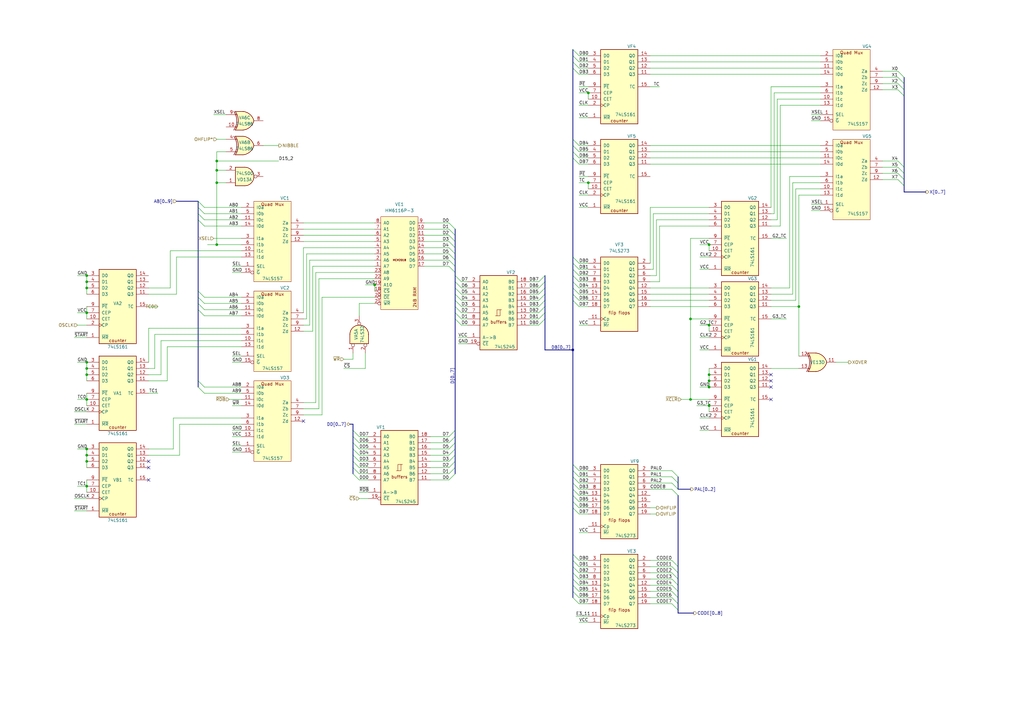
<source format=kicad_sch>
(kicad_sch (version 20231120) (generator "eeschema") (generator_version "8.0")
  (paper "A3")
  (title_block (date "2024-10-12") (company "JOTEGO") (comment 1 "Jose Tejada"))
  (junction (at 241.3 74.93))
  (junction (at 153.67 116.84))
  (junction (at 35.56 186.69))
  (junction (at 283.21 130.81))
  (junction (at 35.56 163.83))
  (junction (at 290.83 153.67))
  (junction (at 35.56 148.59))
  (junction (at 88.9 69.85))
  (junction (at 35.56 128.27))
  (junction (at 35.56 184.15))
  (junction (at 234.95 143.51))
  (junction (at 35.56 199.39))
  (junction (at 35.56 115.57))
  (junction (at 35.56 151.13))
  (junction (at 88.9 100.33))
  (junction (at 327.66 125.73))
  (junction (at 241.3 38.1))
  (junction (at 290.83 100.33))
  (junction (at 290.83 166.37))
  (junction (at 290.83 156.21))
  (junction (at 35.56 153.67))
  (junction (at 88.9 66.04))
  (junction (at 35.56 118.11))
  (junction (at 35.56 113.03))
  (junction (at 35.56 189.23))
  (junction (at 88.9 74.93))
  (junction (at 290.83 133.35))
  (junction (at 283.21 163.83))
  (junction (at 290.83 158.75))
  (no_connect (at 316.23 153.67))
  (no_connect (at 316.23 163.83))
  (no_connect (at 60.96 189.23))
  (no_connect (at 124.46 172.72))
  (no_connect (at 60.96 191.77))
  (no_connect (at 60.96 196.85))
  (no_connect (at 316.23 158.75))
  (no_connect (at 316.23 156.21))
  (bus_entry (at 184.15 181.61) (size 2.54 -2.54))
  (bus_entry (at 81.28 119.38) (size 2.54 2.54))
  (bus_entry (at 184.15 179.07) (size 2.54 -2.54))
  (bus_entry (at 223.52 128.27) (size -2.54 2.54))
  (bus_entry (at 368.3 71.12) (size 2.54 2.54))
  (bus_entry (at 234.95 200.66) (size 2.54 2.54))
  (bus_entry (at 144.78 194.31) (size 2.54 2.54))
  (bus_entry (at 275.59 245.11) (size 2.54 2.54))
  (bus_entry (at 234.95 195.58) (size 2.54 2.54))
  (bus_entry (at 234.95 190.5) (size 2.54 2.54))
  (bus_entry (at 234.95 62.23) (size 2.54 2.54))
  (bus_entry (at 368.3 36.83) (size 2.54 2.54))
  (bus_entry (at 275.59 240.03) (size 2.54 2.54))
  (bus_entry (at 275.59 232.41) (size 2.54 2.54))
  (bus_entry (at 81.28 156.21) (size 2.54 2.54))
  (bus_entry (at 275.59 242.57) (size 2.54 2.54))
  (bus_entry (at 184.15 101.6) (size 2.54 2.54))
  (bus_entry (at 275.59 229.87) (size 2.54 2.54))
  (bus_entry (at 184.15 184.15) (size 2.54 -2.54))
  (bus_entry (at 144.78 184.15) (size 2.54 2.54))
  (bus_entry (at 275.59 193.04) (size 2.54 2.54))
  (bus_entry (at 234.95 20.32) (size 2.54 2.54))
  (bus_entry (at 234.95 27.94) (size 2.54 2.54))
  (bus_entry (at 368.3 29.21) (size 2.54 2.54))
  (bus_entry (at 234.95 110.49) (size 2.54 2.54))
  (bus_entry (at 234.95 120.65) (size 2.54 2.54))
  (bus_entry (at 184.15 109.22) (size 2.54 2.54))
  (bus_entry (at 184.15 104.14) (size 2.54 2.54))
  (bus_entry (at 189.23 133.35) (size -2.54 -2.54))
  (bus_entry (at 275.59 200.66) (size 2.54 2.54))
  (bus_entry (at 184.15 93.98) (size 2.54 2.54))
  (bus_entry (at 234.95 205.74) (size 2.54 2.54))
  (bus_entry (at 189.23 120.65) (size -2.54 -2.54))
  (bus_entry (at 81.28 85.09) (size 2.54 2.54))
  (bus_entry (at 144.78 179.07) (size 2.54 2.54))
  (bus_entry (at 184.15 91.44) (size 2.54 2.54))
  (bus_entry (at 234.95 237.49) (size 2.54 2.54))
  (bus_entry (at 368.3 31.75) (size 2.54 2.54))
  (bus_entry (at 223.52 123.19) (size -2.54 2.54))
  (bus_entry (at 234.95 107.95) (size 2.54 2.54))
  (bus_entry (at 189.23 123.19) (size -2.54 -2.54))
  (bus_entry (at 275.59 237.49) (size 2.54 2.54))
  (bus_entry (at 223.52 125.73) (size -2.54 2.54))
  (bus_entry (at 234.95 115.57) (size 2.54 2.54))
  (bus_entry (at 223.52 118.11) (size -2.54 2.54))
  (bus_entry (at 275.59 234.95) (size 2.54 2.54))
  (bus_entry (at 234.95 203.2) (size 2.54 2.54))
  (bus_entry (at 81.28 82.55) (size 2.54 2.54))
  (bus_entry (at 144.78 186.69) (size 2.54 2.54))
  (bus_entry (at 234.95 113.03) (size 2.54 2.54))
  (bus_entry (at 234.95 57.15) (size 2.54 2.54))
  (bus_entry (at 184.15 189.23) (size 2.54 -2.54))
  (bus_entry (at 184.15 186.69) (size 2.54 -2.54))
  (bus_entry (at 234.95 59.69) (size 2.54 2.54))
  (bus_entry (at 234.95 22.86) (size 2.54 2.54))
  (bus_entry (at 234.95 105.41) (size 2.54 2.54))
  (bus_entry (at 81.28 158.75) (size 2.54 2.54))
  (bus_entry (at 223.52 120.65) (size -2.54 2.54))
  (bus_entry (at 234.95 232.41) (size 2.54 2.54))
  (bus_entry (at 144.78 189.23) (size 2.54 2.54))
  (bus_entry (at 234.95 123.19) (size 2.54 2.54))
  (bus_entry (at 81.28 87.63) (size 2.54 2.54))
  (bus_entry (at 184.15 194.31) (size 2.54 -2.54))
  (bus_entry (at 234.95 234.95) (size 2.54 2.54))
  (bus_entry (at 223.52 113.03) (size -2.54 2.54))
  (bus_entry (at 368.3 66.04) (size 2.54 2.54))
  (bus_entry (at 189.23 128.27) (size -2.54 -2.54))
  (bus_entry (at 234.95 193.04) (size 2.54 2.54))
  (bus_entry (at 234.95 229.87) (size 2.54 2.54))
  (bus_entry (at 275.59 247.65) (size 2.54 2.54))
  (bus_entry (at 144.78 176.53) (size 2.54 2.54))
  (bus_entry (at 223.52 115.57) (size -2.54 2.54))
  (bus_entry (at 144.78 181.61) (size 2.54 2.54))
  (bus_entry (at 234.95 208.28) (size 2.54 2.54))
  (bus_entry (at 368.3 34.29) (size 2.54 2.54))
  (bus_entry (at 81.28 124.46) (size 2.54 2.54))
  (bus_entry (at 184.15 99.06) (size 2.54 2.54))
  (bus_entry (at 81.28 121.92) (size 2.54 2.54))
  (bus_entry (at 184.15 96.52) (size 2.54 2.54))
  (bus_entry (at 234.95 227.33) (size 2.54 2.54))
  (bus_entry (at 184.15 106.68) (size 2.54 2.54))
  (bus_entry (at 189.23 125.73) (size -2.54 -2.54))
  (bus_entry (at 234.95 198.12) (size 2.54 2.54))
  (bus_entry (at 234.95 64.77) (size 2.54 2.54))
  (bus_entry (at 234.95 25.4) (size 2.54 2.54))
  (bus_entry (at 234.95 240.03) (size 2.54 2.54))
  (bus_entry (at 234.95 245.11) (size 2.54 2.54))
  (bus_entry (at 234.95 242.57) (size 2.54 2.54))
  (bus_entry (at 368.3 73.66) (size 2.54 2.54))
  (bus_entry (at 189.23 130.81) (size -2.54 -2.54))
  (bus_entry (at 223.52 130.81) (size -2.54 2.54))
  (bus_entry (at 275.59 198.12) (size 2.54 2.54))
  (bus_entry (at 184.15 196.85) (size 2.54 -2.54))
  (bus_entry (at 275.59 195.58) (size 2.54 2.54))
  (bus_entry (at 189.23 115.57) (size -2.54 -2.54))
  (bus_entry (at 234.95 118.11) (size 2.54 2.54))
  (bus_entry (at 81.28 90.17) (size 2.54 2.54))
  (bus_entry (at 81.28 127) (size 2.54 2.54))
  (bus_entry (at 184.15 191.77) (size 2.54 -2.54))
  (bus_entry (at 189.23 118.11) (size -2.54 -2.54))
  (bus_entry (at 144.78 191.77) (size 2.54 2.54))
  (bus_entry (at 368.3 68.58) (size 2.54 2.54))
  (wire (pts (xy 237.49 232.41) (xy 241.3 232.41)))
  (bus (pts (xy 234.95 242.57) (xy 234.95 240.03)))
  (wire (pts (xy 325.12 74.93) (xy 336.55 74.93)))
  (wire (pts (xy 191.77 120.65) (xy 189.23 120.65)))
  (wire (pts (xy 173.99 106.68) (xy 184.15 106.68)))
  (wire (pts (xy 266.7 242.57) (xy 275.59 242.57)))
  (wire (pts (xy 31.75 148.59) (xy 35.56 148.59)))
  (bus (pts (xy 186.69 186.69) (xy 186.69 189.23)))
  (wire (pts (xy 287.02 176.53) (xy 290.83 176.53)))
  (wire (pts (xy 266.7 30.48) (xy 336.55 30.48)))
  (wire (pts (xy 275.59 193.04) (xy 266.7 193.04)))
  (bus (pts (xy 144.78 194.31) (xy 144.78 191.77)))
  (wire (pts (xy 285.75 166.37) (xy 290.83 166.37)))
  (wire (pts (xy 30.48 204.47) (xy 35.56 204.47)))
  (wire (pts (xy 35.56 186.69) (xy 35.56 184.15)))
  (wire (pts (xy 237.49 240.03) (xy 241.3 240.03)))
  (wire (pts (xy 275.59 198.12) (xy 266.7 198.12)))
  (bus (pts (xy 234.95 234.95) (xy 234.95 232.41)))
  (wire (pts (xy 124.46 167.64) (xy 130.81 167.64)))
  (wire (pts (xy 191.77 115.57) (xy 189.23 115.57)))
  (wire (pts (xy 316.23 85.09) (xy 316.23 35.56)))
  (wire (pts (xy 88.9 74.93) (xy 92.71 74.93)))
  (wire (pts (xy 95.25 148.59) (xy 99.06 148.59)))
  (bus (pts (xy 278.13 250.19) (xy 278.13 251.46)))
  (wire (pts (xy 237.49 67.31) (xy 241.3 67.31)))
  (bus (pts (xy 234.95 107.95) (xy 234.95 110.49)))
  (bus (pts (xy 234.95 118.11) (xy 234.95 115.57)))
  (bus (pts (xy 223.52 120.65) (xy 223.52 118.11)))
  (wire (pts (xy 147.32 184.15) (xy 151.13 184.15)))
  (bus (pts (xy 186.69 99.06) (xy 186.69 101.6)))
  (wire (pts (xy 237.49 62.23) (xy 241.3 62.23)))
  (wire (pts (xy 95.25 166.37) (xy 99.06 166.37)))
  (wire (pts (xy 31.75 184.15) (xy 35.56 184.15)))
  (wire (pts (xy 147.32 124.46) (xy 153.67 124.46)))
  (wire (pts (xy 361.95 29.21) (xy 368.3 29.21)))
  (bus (pts (xy 144.78 186.69) (xy 144.78 184.15)))
  (wire (pts (xy 237.49 110.49) (xy 241.3 110.49)))
  (wire (pts (xy 147.32 204.47) (xy 151.13 204.47)))
  (wire (pts (xy 241.3 77.47) (xy 241.3 74.93)))
  (wire (pts (xy 60.96 120.65) (xy 72.39 120.65)))
  (bus (pts (xy 234.95 190.5) (xy 234.95 193.04)))
  (wire (pts (xy 125.73 104.14) (xy 153.67 104.14)))
  (wire (pts (xy 87.63 46.99) (xy 92.71 46.99)))
  (wire (pts (xy 237.49 27.94) (xy 241.3 27.94)))
  (wire (pts (xy 316.23 35.56) (xy 336.55 35.56)))
  (wire (pts (xy 31.75 113.03) (xy 35.56 113.03)))
  (bus (pts (xy 370.84 71.12) (xy 370.84 73.66)))
  (wire (pts (xy 332.74 83.82) (xy 336.55 83.82)))
  (wire (pts (xy 316.23 92.71) (xy 320.04 92.71)))
  (bus (pts (xy 186.69 115.57) (xy 186.69 113.03)))
  (wire (pts (xy 60.96 184.15) (xy 71.12 184.15)))
  (wire (pts (xy 237.49 200.66) (xy 241.3 200.66)))
  (wire (pts (xy 290.83 151.13) (xy 290.83 153.67)))
  (wire (pts (xy 316.23 151.13) (xy 327.66 151.13)))
  (wire (pts (xy 31.75 133.35) (xy 35.56 133.35)))
  (wire (pts (xy 266.7 240.03) (xy 275.59 240.03)))
  (wire (pts (xy 124.46 99.06) (xy 153.67 99.06)))
  (wire (pts (xy 287.02 138.43) (xy 290.83 138.43)))
  (wire (pts (xy 361.95 31.75) (xy 368.3 31.75)))
  (wire (pts (xy 147.32 196.85) (xy 151.13 196.85)))
  (wire (pts (xy 95.25 185.42) (xy 99.06 185.42)))
  (wire (pts (xy 60.96 156.21) (xy 68.58 156.21)))
  (wire (pts (xy 83.82 92.71) (xy 99.06 92.71)))
  (wire (pts (xy 266.7 107.95) (xy 266.7 85.09)))
  (wire (pts (xy 266.7 234.95) (xy 275.59 234.95)))
  (wire (pts (xy 124.46 170.18) (xy 132.08 170.18)))
  (wire (pts (xy 95.25 182.88) (xy 99.06 182.88)))
  (wire (pts (xy 71.12 171.45) (xy 99.06 171.45)))
  (wire (pts (xy 73.66 186.69) (xy 73.66 173.99)))
  (wire (pts (xy 35.56 120.65) (xy 35.56 118.11)))
  (bus (pts (xy 234.95 237.49) (xy 234.95 234.95)))
  (bus (pts (xy 144.78 179.07) (xy 144.78 176.53)))
  (wire (pts (xy 220.98 120.65) (xy 217.17 120.65)))
  (wire (pts (xy 173.99 93.98) (xy 184.15 93.98)))
  (wire (pts (xy 68.58 156.21) (xy 68.58 142.24)))
  (wire (pts (xy 68.58 142.24) (xy 99.06 142.24)))
  (wire (pts (xy 132.08 121.92) (xy 132.08 170.18)))
  (wire (pts (xy 66.04 139.7) (xy 99.06 139.7)))
  (wire (pts (xy 95.25 179.07) (xy 99.06 179.07)))
  (wire (pts (xy 237.49 229.87) (xy 241.3 229.87)))
  (bus (pts (xy 234.95 57.15) (xy 234.95 27.94)))
  (wire (pts (xy 95.25 111.76) (xy 99.06 111.76)))
  (wire (pts (xy 191.77 118.11) (xy 189.23 118.11)))
  (bus (pts (xy 186.69 104.14) (xy 186.69 106.68)))
  (wire (pts (xy 323.85 72.39) (xy 336.55 72.39)))
  (wire (pts (xy 237.49 195.58) (xy 241.3 195.58)))
  (wire (pts (xy 318.77 90.17) (xy 318.77 40.64)))
  (bus (pts (xy 81.28 156.21) (xy 81.28 127)))
  (wire (pts (xy 60.96 125.73) (xy 64.77 125.73)))
  (wire (pts (xy 83.82 90.17) (xy 99.06 90.17)))
  (bus (pts (xy 81.28 124.46) (xy 81.28 121.92)))
  (bus (pts (xy 278.13 237.49) (xy 278.13 240.03)))
  (wire (pts (xy 317.5 38.1) (xy 336.55 38.1)))
  (wire (pts (xy 147.32 194.31) (xy 151.13 194.31)))
  (wire (pts (xy 176.53 191.77) (xy 184.15 191.77)))
  (bus (pts (xy 278.13 245.11) (xy 278.13 247.65)))
  (wire (pts (xy 35.56 153.67) (xy 35.56 151.13)))
  (bus (pts (xy 186.69 181.61) (xy 186.69 184.15)))
  (wire (pts (xy 287.02 143.51) (xy 290.83 143.51)))
  (wire (pts (xy 266.7 25.4) (xy 336.55 25.4)))
  (wire (pts (xy 325.12 120.65) (xy 325.12 74.93)))
  (bus (pts (xy 186.69 125.73) (xy 186.69 128.27)))
  (wire (pts (xy 283.21 130.81) (xy 290.83 130.81)))
  (wire (pts (xy 237.49 133.35) (xy 241.3 133.35)))
  (wire (pts (xy 266.7 62.23) (xy 336.55 62.23)))
  (wire (pts (xy 332.74 86.36) (xy 336.55 86.36)))
  (wire (pts (xy 237.49 247.65) (xy 241.3 247.65)))
  (wire (pts (xy 60.96 161.29) (xy 64.77 161.29)))
  (wire (pts (xy 35.56 156.21) (xy 35.56 153.67)))
  (wire (pts (xy 237.49 74.93) (xy 241.3 74.93)))
  (wire (pts (xy 320.04 43.18) (xy 336.55 43.18)))
  (bus (pts (xy 186.69 123.19) (xy 186.69 120.65)))
  (wire (pts (xy 327.66 80.01) (xy 336.55 80.01)))
  (wire (pts (xy 266.7 232.41) (xy 275.59 232.41)))
  (wire (pts (xy 317.5 87.63) (xy 317.5 38.1)))
  (bus (pts (xy 234.95 120.65) (xy 234.95 123.19)))
  (wire (pts (xy 187.96 140.97) (xy 191.77 140.97)))
  (wire (pts (xy 60.96 186.69) (xy 73.66 186.69)))
  (bus (pts (xy 234.95 208.28) (xy 234.95 205.74)))
  (wire (pts (xy 35.56 201.93) (xy 35.56 199.39)))
  (bus (pts (xy 234.95 113.03) (xy 234.95 110.49)))
  (wire (pts (xy 316.23 130.81) (xy 322.58 130.81)))
  (wire (pts (xy 147.32 129.54) (xy 147.32 124.46)))
  (wire (pts (xy 31.75 163.83) (xy 35.56 163.83)))
  (wire (pts (xy 266.7 22.86) (xy 336.55 22.86)))
  (wire (pts (xy 237.49 237.49) (xy 241.3 237.49)))
  (wire (pts (xy 266.7 125.73) (xy 290.83 125.73)))
  (wire (pts (xy 144.78 147.32) (xy 140.97 147.32)))
  (wire (pts (xy 267.97 110.49) (xy 267.97 87.63)))
  (wire (pts (xy 361.95 36.83) (xy 368.3 36.83)))
  (wire (pts (xy 266.7 200.66) (xy 275.59 200.66)))
  (wire (pts (xy 176.53 194.31) (xy 184.15 194.31)))
  (wire (pts (xy 88.9 74.93) (xy 88.9 69.85)))
  (wire (pts (xy 147.32 191.77) (xy 151.13 191.77)))
  (wire (pts (xy 237.49 208.28) (xy 241.3 208.28)))
  (bus (pts (xy 234.95 203.2) (xy 234.95 200.66)))
  (wire (pts (xy 129.54 165.1) (xy 124.46 165.1)))
  (wire (pts (xy 69.85 102.87) (xy 99.06 102.87)))
  (wire (pts (xy 35.56 166.37) (xy 35.56 163.83)))
  (bus (pts (xy 234.95 64.77) (xy 234.95 105.41)))
  (bus (pts (xy 186.69 109.22) (xy 186.69 111.76)))
  (wire (pts (xy 147.32 189.23) (xy 151.13 189.23)))
  (wire (pts (xy 127 133.35) (xy 127 106.68)))
  (wire (pts (xy 287.02 158.75) (xy 290.83 158.75)))
  (bus (pts (xy 234.95 227.33) (xy 234.95 208.28)))
  (wire (pts (xy 269.24 90.17) (xy 290.83 90.17)))
  (wire (pts (xy 361.95 66.04) (xy 368.3 66.04)))
  (wire (pts (xy 237.49 35.56) (xy 241.3 35.56)))
  (bus (pts (xy 186.69 111.76) (xy 186.69 113.03)))
  (wire (pts (xy 332.74 49.53) (xy 336.55 49.53)))
  (wire (pts (xy 147.32 179.07) (xy 151.13 179.07)))
  (bus (pts (xy 186.69 179.07) (xy 186.69 176.53)))
  (wire (pts (xy 326.39 77.47) (xy 336.55 77.47)))
  (wire (pts (xy 88.9 66.04) (xy 114.3 66.04)))
  (bus (pts (xy 186.69 128.27) (xy 186.69 130.81)))
  (bus (pts (xy 234.95 205.74) (xy 234.95 203.2)))
  (bus (pts (xy 234.95 118.11) (xy 234.95 120.65)))
  (wire (pts (xy 88.9 69.85) (xy 92.71 69.85)))
  (wire (pts (xy 361.95 34.29) (xy 368.3 34.29)))
  (wire (pts (xy 237.49 113.03) (xy 241.3 113.03)))
  (bus (pts (xy 370.84 36.83) (xy 370.84 39.37)))
  (bus (pts (xy 278.13 234.95) (xy 278.13 237.49)))
  (wire (pts (xy 191.77 130.81) (xy 189.23 130.81)))
  (wire (pts (xy 30.48 168.91) (xy 35.56 168.91)))
  (wire (pts (xy 88.9 66.04) (xy 88.9 62.23)))
  (wire (pts (xy 35.56 118.11) (xy 35.56 115.57)))
  (wire (pts (xy 149.86 116.84) (xy 153.67 116.84)))
  (bus (pts (xy 144.78 184.15) (xy 144.78 181.61)))
  (wire (pts (xy 191.77 125.73) (xy 189.23 125.73)))
  (wire (pts (xy 63.5 151.13) (xy 63.5 137.16)))
  (wire (pts (xy 88.9 62.23) (xy 92.71 62.23)))
  (wire (pts (xy 124.46 93.98) (xy 153.67 93.98)))
  (wire (pts (xy 237.49 22.86) (xy 241.3 22.86)))
  (bus (pts (xy 186.69 118.11) (xy 186.69 115.57)))
  (wire (pts (xy 173.99 104.14) (xy 184.15 104.14)))
  (wire (pts (xy 35.56 196.85) (xy 35.56 199.39)))
  (wire (pts (xy 124.46 91.44) (xy 153.67 91.44)))
  (wire (pts (xy 191.77 128.27) (xy 189.23 128.27)))
  (wire (pts (xy 269.24 113.03) (xy 269.24 90.17)))
  (wire (pts (xy 176.53 196.85) (xy 184.15 196.85)))
  (wire (pts (xy 95.25 146.05) (xy 99.06 146.05)))
  (bus (pts (xy 370.84 39.37) (xy 370.84 68.58)))
  (bus (pts (xy 223.52 130.81) (xy 223.52 128.27)))
  (wire (pts (xy 270.51 92.71) (xy 290.83 92.71)))
  (wire (pts (xy 316.23 118.11) (xy 323.85 118.11)))
  (wire (pts (xy 220.98 115.57) (xy 217.17 115.57)))
  (bus (pts (xy 186.69 184.15) (xy 186.69 186.69)))
  (wire (pts (xy 237.49 43.18) (xy 241.3 43.18)))
  (bus (pts (xy 234.95 195.58) (xy 234.95 198.12)))
  (wire (pts (xy 237.49 115.57) (xy 241.3 115.57)))
  (bus (pts (xy 278.13 232.41) (xy 278.13 234.95)))
  (wire (pts (xy 266.7 64.77) (xy 336.55 64.77)))
  (wire (pts (xy 266.7 113.03) (xy 269.24 113.03)))
  (wire (pts (xy 35.56 161.29) (xy 35.56 163.83)))
  (wire (pts (xy 361.95 71.12) (xy 368.3 71.12)))
  (wire (pts (xy 316.23 125.73) (xy 327.66 125.73)))
  (wire (pts (xy 318.77 40.64) (xy 336.55 40.64)))
  (wire (pts (xy 176.53 189.23) (xy 184.15 189.23)))
  (wire (pts (xy 236.22 252.73) (xy 241.3 252.73)))
  (wire (pts (xy 316.23 87.63) (xy 317.5 87.63)))
  (wire (pts (xy 31.75 199.39) (xy 35.56 199.39)))
  (wire (pts (xy 125.73 130.81) (xy 125.73 104.14)))
  (wire (pts (xy 173.99 99.06) (xy 184.15 99.06)))
  (wire (pts (xy 220.98 123.19) (xy 217.17 123.19)))
  (wire (pts (xy 266.7 85.09) (xy 290.83 85.09)))
  (wire (pts (xy 153.67 121.92) (xy 132.08 121.92)))
  (bus (pts (xy 278.13 195.58) (xy 278.13 198.12)))
  (wire (pts (xy 237.49 48.26) (xy 241.3 48.26)))
  (bus (pts (xy 186.69 106.68) (xy 186.69 109.22)))
  (wire (pts (xy 283.21 97.79) (xy 290.83 97.79)))
  (wire (pts (xy 266.7 115.57) (xy 270.51 115.57)))
  (wire (pts (xy 290.83 166.37) (xy 290.83 168.91)))
  (wire (pts (xy 237.49 25.4) (xy 241.3 25.4)))
  (wire (pts (xy 237.49 64.77) (xy 241.3 64.77)))
  (wire (pts (xy 130.81 114.3) (xy 130.81 167.64)))
  (wire (pts (xy 267.97 87.63) (xy 290.83 87.63)))
  (wire (pts (xy 266.7 120.65) (xy 290.83 120.65)))
  (wire (pts (xy 173.99 109.22) (xy 184.15 109.22)))
  (wire (pts (xy 283.21 130.81) (xy 283.21 163.83)))
  (wire (pts (xy 266.7 245.11) (xy 275.59 245.11)))
  (wire (pts (xy 332.74 46.99) (xy 336.55 46.99)))
  (wire (pts (xy 69.85 118.11) (xy 69.85 102.87)))
  (wire (pts (xy 35.56 151.13) (xy 35.56 148.59)))
  (wire (pts (xy 144.78 144.78) (xy 144.78 147.32)))
  (wire (pts (xy 266.7 67.31) (xy 336.55 67.31)))
  (wire (pts (xy 153.67 114.3) (xy 130.81 114.3)))
  (bus (pts (xy 186.69 101.6) (xy 186.69 104.14)))
  (bus (pts (xy 234.95 143.51) (xy 234.95 123.19)))
  (wire (pts (xy 361.95 68.58) (xy 368.3 68.58)))
  (wire (pts (xy 270.51 115.57) (xy 270.51 92.71)))
  (wire (pts (xy 124.46 96.52) (xy 153.67 96.52)))
  (wire (pts (xy 237.49 255.27) (xy 241.3 255.27)))
  (bus (pts (xy 234.95 143.51) (xy 234.95 190.5)))
  (wire (pts (xy 237.49 205.74) (xy 241.3 205.74)))
  (wire (pts (xy 287.02 105.41) (xy 290.83 105.41)))
  (wire (pts (xy 237.49 210.82) (xy 241.3 210.82)))
  (wire (pts (xy 290.83 100.33) (xy 290.83 102.87)))
  (wire (pts (xy 88.9 100.33) (xy 88.9 74.93)))
  (wire (pts (xy 316.23 97.79) (xy 322.58 97.79)))
  (wire (pts (xy 237.49 59.69) (xy 241.3 59.69)))
  (bus (pts (xy 234.95 25.4) (xy 234.95 22.86)))
  (wire (pts (xy 342.9 148.59) (xy 347.98 148.59)))
  (wire (pts (xy 107.95 59.69) (xy 114.3 59.69)))
  (bus (pts (xy 186.69 176.53) (xy 186.69 130.81)))
  (bus (pts (xy 81.28 87.63) (xy 81.28 85.09)))
  (bus (pts (xy 223.52 118.11) (xy 223.52 115.57)))
  (wire (pts (xy 266.7 123.19) (xy 290.83 123.19)))
  (wire (pts (xy 266.7 110.49) (xy 267.97 110.49)))
  (wire (pts (xy 266.7 59.69) (xy 336.55 59.69)))
  (wire (pts (xy 220.98 128.27) (xy 217.17 128.27)))
  (wire (pts (xy 237.49 198.12) (xy 241.3 198.12)))
  (wire (pts (xy 326.39 123.19) (xy 326.39 77.47)))
  (wire (pts (xy 124.46 135.89) (xy 128.27 135.89)))
  (wire (pts (xy 266.7 229.87) (xy 275.59 229.87)))
  (wire (pts (xy 83.82 127) (xy 99.06 127)))
  (bus (pts (xy 278.13 242.57) (xy 278.13 245.11)))
  (wire (pts (xy 85.09 100.33) (xy 88.9 100.33)))
  (bus (pts (xy 370.84 68.58) (xy 370.84 71.12)))
  (wire (pts (xy 149.86 144.78) (xy 149.86 151.13)))
  (wire (pts (xy 153.67 111.76) (xy 129.54 111.76)))
  (wire (pts (xy 63.5 137.16) (xy 99.06 137.16)))
  (wire (pts (xy 73.66 173.99) (xy 99.06 173.99)))
  (wire (pts (xy 290.83 156.21) (xy 290.83 158.75)))
  (bus (pts (xy 81.28 158.75) (xy 81.28 156.21)))
  (bus (pts (xy 81.28 90.17) (xy 81.28 87.63)))
  (wire (pts (xy 287.02 133.35) (xy 290.83 133.35)))
  (wire (pts (xy 35.56 191.77) (xy 35.56 189.23)))
  (wire (pts (xy 290.83 153.67) (xy 290.83 156.21)))
  (bus (pts (xy 278.13 203.2) (xy 278.13 232.41)))
  (bus (pts (xy 234.95 195.58) (xy 234.95 193.04)))
  (wire (pts (xy 173.99 96.52) (xy 184.15 96.52)))
  (wire (pts (xy 237.49 85.09) (xy 241.3 85.09)))
  (bus (pts (xy 234.95 20.32) (xy 234.95 22.86)))
  (bus (pts (xy 144.78 189.23) (xy 144.78 186.69)))
  (wire (pts (xy 173.99 101.6) (xy 184.15 101.6)))
  (bus (pts (xy 234.95 245.11) (xy 234.95 242.57)))
  (wire (pts (xy 128.27 135.89) (xy 128.27 109.22)))
  (wire (pts (xy 147.32 186.69) (xy 151.13 186.69)))
  (bus (pts (xy 223.52 115.57) (xy 223.52 113.03)))
  (wire (pts (xy 266.7 208.28) (xy 269.24 208.28)))
  (wire (pts (xy 87.63 97.79) (xy 99.06 97.79)))
  (bus (pts (xy 81.28 85.09) (xy 81.28 82.55)))
  (wire (pts (xy 35.56 130.81) (xy 35.56 128.27)))
  (wire (pts (xy 176.53 184.15) (xy 184.15 184.15)))
  (bus (pts (xy 234.95 64.77) (xy 234.95 62.23)))
  (wire (pts (xy 147.32 201.93) (xy 151.13 201.93)))
  (wire (pts (xy 60.96 153.67) (xy 66.04 153.67)))
  (wire (pts (xy 83.82 121.92) (xy 99.06 121.92)))
  (wire (pts (xy 72.39 120.65) (xy 72.39 105.41)))
  (wire (pts (xy 88.9 100.33) (xy 99.06 100.33)))
  (bus (pts (xy 278.13 251.46) (xy 284.48 251.46)))
  (bus (pts (xy 278.13 240.03) (xy 278.13 242.57)))
  (bus (pts (xy 144.78 191.77) (xy 144.78 189.23)))
  (wire (pts (xy 129.54 111.76) (xy 129.54 165.1)))
  (bus (pts (xy 234.95 27.94) (xy 234.95 25.4)))
  (wire (pts (xy 176.53 179.07) (xy 184.15 179.07)))
  (wire (pts (xy 35.56 125.73) (xy 35.56 128.27)))
  (bus (pts (xy 278.13 198.12) (xy 278.13 200.66)))
  (wire (pts (xy 287.02 110.49) (xy 290.83 110.49)))
  (wire (pts (xy 327.66 125.73) (xy 327.66 80.01)))
  (wire (pts (xy 287.02 171.45) (xy 290.83 171.45)))
  (wire (pts (xy 83.82 124.46) (xy 99.06 124.46)))
  (wire (pts (xy 88.9 57.15) (xy 92.71 57.15)))
  (wire (pts (xy 191.77 123.19) (xy 189.23 123.19)))
  (wire (pts (xy 275.59 195.58) (xy 266.7 195.58)))
  (wire (pts (xy 30.48 173.99) (xy 35.56 173.99)))
  (wire (pts (xy 316.23 123.19) (xy 326.39 123.19)))
  (wire (pts (xy 361.95 73.66) (xy 368.3 73.66)))
  (bus (pts (xy 144.78 176.53) (xy 144.78 173.99)))
  (wire (pts (xy 83.82 87.63) (xy 99.06 87.63)))
  (wire (pts (xy 153.67 116.84) (xy 153.67 119.38)))
  (wire (pts (xy 127 106.68) (xy 153.67 106.68)))
  (wire (pts (xy 327.66 125.73) (xy 327.66 146.05)))
  (bus (pts (xy 81.28 119.38) (xy 81.28 90.17)))
  (bus (pts (xy 234.95 229.87) (xy 234.95 227.33)))
  (bus (pts (xy 186.69 96.52) (xy 186.69 99.06)))
  (wire (pts (xy 83.82 129.54) (xy 99.06 129.54)))
  (bus (pts (xy 234.95 57.15) (xy 234.95 59.69)))
  (bus (pts (xy 223.52 128.27) (xy 223.52 125.73)))
  (wire (pts (xy 140.97 151.13) (xy 149.86 151.13)))
  (wire (pts (xy 124.46 133.35) (xy 127 133.35)))
  (bus (pts (xy 144.78 181.61) (xy 144.78 179.07)))
  (wire (pts (xy 60.96 134.62) (xy 99.06 134.62)))
  (wire (pts (xy 237.49 218.44) (xy 241.3 218.44)))
  (bus (pts (xy 186.69 191.77) (xy 186.69 194.31)))
  (wire (pts (xy 83.82 158.75) (xy 99.06 158.75)))
  (bus (pts (xy 223.52 143.51) (xy 234.95 143.51)))
  (wire (pts (xy 124.46 128.27) (xy 124.46 101.6)))
  (wire (pts (xy 237.49 125.73) (xy 241.3 125.73)))
  (wire (pts (xy 147.32 181.61) (xy 151.13 181.61)))
  (bus (pts (xy 72.39 82.55) (xy 81.28 82.55)))
  (wire (pts (xy 320.04 92.71) (xy 320.04 43.18)))
  (wire (pts (xy 237.49 245.11) (xy 241.3 245.11)))
  (wire (pts (xy 266.7 27.94) (xy 336.55 27.94)))
  (wire (pts (xy 95.25 176.53) (xy 99.06 176.53)))
  (bus (pts (xy 81.28 121.92) (xy 81.28 119.38)))
  (wire (pts (xy 95.25 109.22) (xy 99.06 109.22)))
  (bus (pts (xy 234.95 200.66) (xy 234.95 198.12)))
  (wire (pts (xy 30.48 138.43) (xy 35.56 138.43)))
  (wire (pts (xy 266.7 237.49) (xy 275.59 237.49)))
  (wire (pts (xy 220.98 125.73) (xy 217.17 125.73)))
  (wire (pts (xy 237.49 203.2) (xy 241.3 203.2)))
  (wire (pts (xy 187.96 138.43) (xy 191.77 138.43)))
  (wire (pts (xy 220.98 130.81) (xy 217.17 130.81)))
  (bus (pts (xy 186.69 123.19) (xy 186.69 125.73)))
  (wire (pts (xy 266.7 247.65) (xy 275.59 247.65)))
  (bus (pts (xy 370.84 34.29) (xy 370.84 36.83)))
  (wire (pts (xy 237.49 234.95) (xy 241.3 234.95)))
  (wire (pts (xy 323.85 118.11) (xy 323.85 72.39)))
  (wire (pts (xy 83.82 85.09) (xy 99.06 85.09)))
  (wire (pts (xy 60.96 118.11) (xy 69.85 118.11)))
  (bus (pts (xy 234.95 107.95) (xy 234.95 105.41)))
  (wire (pts (xy 237.49 118.11) (xy 241.3 118.11)))
  (bus (pts (xy 186.69 189.23) (xy 186.69 191.77)))
  (wire (pts (xy 124.46 130.81) (xy 125.73 130.81)))
  (wire (pts (xy 237.49 242.57) (xy 241.3 242.57)))
  (wire (pts (xy 88.9 69.85) (xy 88.9 66.04)))
  (wire (pts (xy 124.46 101.6) (xy 153.67 101.6)))
  (bus (pts (xy 81.28 127) (xy 81.28 124.46)))
  (bus (pts (xy 278.13 247.65) (xy 278.13 250.19)))
  (bus (pts (xy 223.52 143.51) (xy 223.52 130.81)))
  (bus (pts (xy 234.95 232.41) (xy 234.95 229.87)))
  (wire (pts (xy 31.75 128.27) (xy 35.56 128.27)))
  (wire (pts (xy 279.4 163.83) (xy 283.21 163.83)))
  (wire (pts (xy 237.49 123.19) (xy 241.3 123.19)))
  (wire (pts (xy 316.23 120.65) (xy 325.12 120.65)))
  (wire (pts (xy 83.82 161.29) (xy 99.06 161.29)))
  (wire (pts (xy 290.83 133.35) (xy 290.83 135.89)))
  (wire (pts (xy 35.56 189.23) (xy 35.56 186.69)))
  (wire (pts (xy 173.99 91.44) (xy 184.15 91.44)))
  (bus (pts (xy 234.95 240.03) (xy 234.95 237.49)))
  (wire (pts (xy 220.98 133.35) (xy 217.17 133.35)))
  (bus (pts (xy 143.51 173.99) (xy 144.78 173.99)))
  (wire (pts (xy 71.12 184.15) (xy 71.12 171.45)))
  (wire (pts (xy 266.7 35.56) (xy 270.51 35.56)))
  (wire (pts (xy 93.98 163.83) (xy 99.06 163.83)))
  (bus (pts (xy 370.84 73.66) (xy 370.84 76.2)))
  (bus (pts (xy 186.69 120.65) (xy 186.69 118.11)))
  (wire (pts (xy 237.49 80.01) (xy 241.3 80.01)))
  (bus (pts (xy 234.95 62.23) (xy 234.95 59.69)))
  (wire (pts (xy 241.3 40.64) (xy 241.3 38.1)))
  (bus (pts (xy 186.69 93.98) (xy 186.69 96.52)))
  (wire (pts (xy 237.49 30.48) (xy 241.3 30.48)))
  (wire (pts (xy 283.21 97.79) (xy 283.21 130.81)))
  (wire (pts (xy 237.49 72.39) (xy 241.3 72.39)))
  (bus (pts (xy 234.95 113.03) (xy 234.95 115.57)))
  (wire (pts (xy 266.7 118.11) (xy 290.83 118.11)))
  (bus (pts (xy 223.52 125.73) (xy 223.52 123.19)))
  (bus (pts (xy 370.84 76.2) (xy 370.84 78.74)))
  (wire (pts (xy 287.02 100.33) (xy 290.83 100.33)))
  (wire (pts (xy 220.98 118.11) (xy 217.17 118.11)))
  (wire (pts (xy 176.53 181.61) (xy 184.15 181.61)))
  (wire (pts (xy 72.39 105.41) (xy 99.06 105.41)))
  (wire (pts (xy 237.49 120.65) (xy 241.3 120.65)))
  (wire (pts (xy 66.04 153.67) (xy 66.04 139.7)))
  (wire (pts (xy 30.48 209.55) (xy 35.56 209.55)))
  (bus (pts (xy 223.52 123.19) (xy 223.52 120.65)))
  (wire (pts (xy 191.77 133.35) (xy 189.23 133.35)))
  (wire (pts (xy 316.23 90.17) (xy 318.77 90.17)))
  (bus (pts (xy 370.84 31.75) (xy 370.84 34.29)))
  (wire (pts (xy 128.27 109.22) (xy 153.67 109.22)))
  (wire (pts (xy 237.49 38.1) (xy 241.3 38.1)))
  (wire (pts (xy 266.7 210.82) (xy 269.24 210.82)))
  (wire (pts (xy 35.56 115.57) (xy 35.56 113.03)))
  (bus (pts (xy 370.84 78.74) (xy 379.73 78.74)))
  (wire (pts (xy 60.96 134.62) (xy 60.96 148.59)))
  (wire (pts (xy 237.49 193.04) (xy 241.3 193.04)))
  (wire (pts (xy 237.49 107.95) (xy 241.3 107.95)))
  (bus (pts (xy 186.69 179.07) (xy 186.69 181.61)))
  (wire (pts (xy 176.53 186.69) (xy 184.15 186.69)))
  (wire (pts (xy 60.96 151.13) (xy 63.5 151.13)))
  (bus (pts (xy 278.13 200.66) (xy 283.21 200.66)))
  (wire (pts (xy 283.21 163.83) (xy 290.83 163.83)))
  (label "DD6" (at 147.32 181.61 0))
  (label "DB7" (at 237.49 210.82 0))
  (label "DD4" (at 147.32 186.69 0))
  (label "DB5" (at 237.49 120.65 0))
  (label "~{START}" (at 30.48 209.55 0))
  (label "D2" (at 189.23 128.27 0))
  (label "D2" (at 184.15 191.77 180))
  (label "VCC" (at 287.02 143.51 0))
  (label "GND" (at 187.96 140.97 0))
  (label "DB1" (at 237.49 110.49 0))
  (label "G3_TC" (at 285.75 166.37 0))
  (label "DB4" (at 237.49 59.69 0))
  (label "GND" (at 95.25 185.42 0))
  (label "DB3" (at 237.49 115.57 0))
  (label "TC" (at 270.51 35.56 180))
  (label "DB2" (at 237.49 198.12 0))
  (label "X7" (at 368.3 73.66 180))
  (label "DB2" (at 237.49 113.03 0))
  (label "GND" (at 95.25 148.59 0))
  (label "DB2" (at 220.98 128.27 180))
  (label "PAL2" (at 266.7 198.12 0))
  (label "DB1" (at 237.49 232.41 0))
  (label "DB6" (at 237.49 208.28 0))
  (label "SEL" (at 95.25 182.88 0))
  (label "DD2" (at 147.32 191.77 0))
  (label "DB0" (at 237.49 22.86 0))
  (label "D6" (at 184.15 106.68 180))
  (label "VCC" (at 237.49 48.26 0))
  (label "CLK2" (at 287.02 105.41 0))
  (label "CLK" (at 237.49 43.18 0))
  (label "OSCLK" (at 30.48 204.47 0))
  (label "DB3" (at 237.49 200.66 0))
  (label "VCC" (at 287.02 176.53 0))
  (label "~{PE}" (at 237.49 72.39 0))
  (label "DB5" (at 220.98 120.65 180))
  (label "D3" (at 184.15 189.23 180))
  (label "DD1" (at 147.32 194.31 0))
  (label "DB0" (at 237.49 193.04 0))
  (label "DD3" (at 147.32 189.23 0))
  (label "DB7" (at 220.98 115.57 180))
  (label "CODE2" (at 275.59 234.95 180))
  (label "CODE5" (at 275.59 242.57 180))
  (label "VCC" (at 187.96 138.43 0))
  (label "VCC" (at 287.02 110.49 0))
  (label "TC1" (at 64.77 161.29 180))
  (label "CODE7" (at 275.59 247.65 180))
  (label "DB7" (at 237.49 125.73 0))
  (label "DB[0..7]" (at 226.06 143.51 0))
  (label "D0" (at 184.15 91.44 180))
  (label "GND" (at 31.75 113.03 0))
  (label "DD0" (at 147.32 196.85 0))
  (label "G3_TC" (at 322.58 130.81 180))
  (label "GND" (at 287.02 158.75 0))
  (label "DB2" (at 237.49 234.95 0))
  (label "~{WR}" (at 95.25 166.37 0))
  (label "D4" (at 189.23 123.19 0))
  (label "D0" (at 184.15 196.85 180))
  (label "D6" (at 189.23 118.11 0))
  (label "GND" (at 95.25 111.76 0))
  (label "SEL" (at 95.25 146.05 0))
  (label "GND" (at 332.74 86.36 0))
  (label "D15_2" (at 114.3 66.04 0))
  (label "X6" (at 368.3 71.12 180))
  (label "AB8" (at 95.25 158.75 0))
  (label "X4" (at 368.3 66.04 180))
  (label "VCC" (at 237.49 255.27 0))
  (label "DB1" (at 220.98 130.81 180))
  (label "DB6" (at 220.98 118.11 180))
  (label "D1" (at 189.23 130.81 0))
  (label "D3" (at 184.15 99.06 180))
  (label "TC1" (at 31.75 199.39 0))
  (label "D6" (at 184.15 181.61 180))
  (label "GND" (at 31.75 184.15 0))
  (label "DB4" (at 237.49 118.11 0))
  (label "VCC" (at 31.75 128.27 0))
  (label "DB2" (at 237.49 27.94 0))
  (label "D5" (at 184.15 104.14 180))
  (label "GND" (at 31.75 148.59 0))
  (label "~{START}" (at 30.48 173.99 0))
  (label "TC0" (at 31.75 163.83 0))
  (label "VCC" (at 237.49 133.35 0))
  (label "DB4" (at 220.98 123.19 180))
  (label "D5" (at 189.23 120.65 0))
  (label "DB6" (at 237.49 245.11 0))
  (label "AB1" (at 93.98 87.63 0))
  (label "~{PE}" (at 237.49 35.56 0))
  (label "DD7" (at 147.32 179.07 0))
  (label "XSEL" (at 87.63 46.99 0))
  (label "E3_11" (at 236.22 252.73 0))
  (label "OSCLK" (at 30.48 168.91 0))
  (label "CODE4" (at 275.59 240.03 180))
  (label "CODE1" (at 275.59 232.41 180))
  (label "VCC" (at 237.49 38.1 0))
  (label "VCC" (at 237.49 218.44 0))
  (label "D7" (at 184.15 179.07 180))
  (label "XSEL" (at 332.74 46.99 0))
  (label "DB7" (at 237.49 67.31 0))
  (label "D4" (at 184.15 186.69 180))
  (label "DB7" (at 237.49 247.65 0))
  (label "GND" (at 95.25 176.53 0))
  (label "DB3" (at 237.49 237.49 0))
  (label "CODE6" (at 275.59 245.11 180))
  (label "X0" (at 368.3 29.21 180))
  (label "DB5" (at 237.49 242.57 0))
  (label "DB4" (at 237.49 240.03 0))
  (label "TC" (at 237.49 74.93 0))
  (label "AB3" (at 93.98 92.71 0))
  (label "D5" (at 184.15 184.15 180))
  (label "SEL" (at 95.25 109.22 0))
  (label "D2" (at 184.15 96.52 180))
  (label "PAL1" (at 266.7 195.58 0))
  (label "DD5" (at 147.32 184.15 0))
  (label "CLK2" (at 287.02 171.45 0))
  (label "D1" (at 184.15 194.31 180))
  (label "~{RDB}" (at 147.32 201.93 0))
  (label "CLK" (at 237.49 80.01 0))
  (label "D7" (at 184.15 109.22 180))
  (label "PAL0" (at 266.7 193.04 0))
  (label "D1" (at 184.15 93.98 180))
  (label "D[0..7]" (at 186.69 157.48 90))
  (label "AB7" (at 93.98 129.54 0))
  (label "VCC" (at 287.02 100.33 0))
  (label "CODE3" (at 275.59 237.49 180))
  (label "AB5" (at 93.98 124.46 0))
  (label "DB6" (at 237.49 123.19 0))
  (label "D0" (at 189.23 133.35 0))
  (label "X2" (at 368.3 34.29 180))
  (label "GND" (at 149.86 116.84 0))
  (label "DB5" (at 237.49 205.74 0))
  (label "AB4" (at 93.98 121.92 0))
  (label "DB6" (at 237.49 64.77 0))
  (label "XSEL" (at 332.74 83.82 0))
  (label "CODE8" (at 273.05 200.66 180))
  (label "X3" (at 368.3 36.83 180))
  (label "GND" (at 332.74 49.53 0))
  (label "DB0" (at 237.49 229.87 0))
  (label "DB0" (at 220.98 133.35 180))
  (label "VCC" (at 237.49 85.09 0))
  (label "AB2" (at 93.98 90.17 0))
  (label "X1" (at 368.3 31.75 180))
  (label "AB6" (at 93.98 127 0))
  (label "G2_TC" (at 322.58 97.79 180))
  (label "DB5" (at 237.49 62.23 0))
  (label "VCC" (at 95.25 179.07 0))
  (label "DB3" (at 220.98 125.73 180))
  (label "DB4" (at 237.49 203.2 0))
  (label "X5" (at 368.3 68.58 180))
  (label "~{CS}" (at 140.97 151.13 0))
  (label "AB9" (at 95.25 161.29 0))
  (label "~{START}" (at 30.48 138.43 0))
  (label "CLK2" (at 287.02 138.43 0))
  (label "DB1" (at 237.49 25.4 0))
  (label "D3" (at 189.23 125.73 0))
  (label "AB0" (at 93.98 85.09 0))
  (label "CODE0" (at 275.59 229.87 180))
  (label "DB1" (at 237.49 195.58 0))
  (label "G2_TC" (at 287.02 133.35 0))
  (label "D4" (at 184.15 101.6 180))
  (label "D7" (at 189.23 115.57 0))
  (label "DB0" (at 237.49 107.95 0))
  (label "DB3" (at 237.49 30.48 0))
  (hierarchical_label "PAL[0..2]" (shape output) (at 283.21 200.66 0))
  (hierarchical_label "OVFLIP" (shape output) (at 269.24 210.82 0))
  (hierarchical_label "~{WR}" (shape input) (at 140.97 147.32 180))
  (hierarchical_label "~{CS}" (shape input) (at 147.32 204.47 180))
  (hierarchical_label "AB[0..9]" (shape input) (at 72.39 82.55 180))
  (hierarchical_label "OHFLIP" (shape output) (at 269.24 208.28 0))
  (hierarchical_label "DD[0..7]" (shape bidirectional) (at 143.51 173.99 180))
  (hierarchical_label "CODE[0..8]" (shape output) (at 284.48 251.46 0))
  (hierarchical_label "TC0" (shape input) (at 64.77 125.73 180))
  (hierarchical_label "~{RDB}" (shape input) (at 93.98 163.83 180))
  (hierarchical_label "OHFLIP*" (shape input) (at 88.9 57.15 180))
  (hierarchical_label "XOVER" (shape output) (at 347.98 148.59 0))
  (hierarchical_label "XSEL" (shape input) (at 87.63 97.79 180))
  (hierarchical_label "NIBBLE" (shape output) (at 114.3 59.69 0))
  (hierarchical_label "~{XCLR}" (shape input) (at 279.4 163.83 180))
  (hierarchical_label "OSCLK" (shape input) (at 31.75 133.35 180))
  (hierarchical_label "X[0..7]" (shape output) (at 379.73 78.74 0))
  (symbol (lib_id "jt74:74LS273") (at 254 120.65 0) (unit 1)
    (property "Reference" "VF3" (at 254 100.33 0))
    (property "Value" "74LS273" (at 254 102.87 0))
    (property "Datasheet" "http://www.ti.com/lit/gpn/sn74LS273" (effects (hide yes)))
    (property "Description" "8-bit D Flip-Flop, reset" (effects (hide yes)))
  )
  (symbol (lib_id "jt74:74LS161") (at 303.53 130.81 0) (unit 1)
    (property "Reference" "VG3" (at 308.61 114.3 0))
    (property "Value" "74LS161" (at 308.61 138.43 90))
    (property "Datasheet" "http://www.ti.com/lit/gpn/sn74LS161" (effects (hide yes)))
    (property "Description" "Synchronous 4-bit programmable binary Counter" (effects (hide yes)))
  )
  (symbol (lib_id "jt74:74LS161") (at 303.53 97.79 0) (unit 1)
    (property "Reference" "VG2" (at 308.61 81.28 0))
    (property "Value" "74LS161" (at 308.61 105.41 90))
    (property "Datasheet" "http://www.ti.com/lit/gpn/sn74LS161" (effects (hide yes)))
    (property "Description" "Synchronous 4-bit programmable binary Counter" (effects (hide yes)))
  )
  (symbol (lib_id "jt74:74LS161") (at 48.26 161.29 0) (unit 1)
    (property "Reference" "VA1" (at 48.26 161.29 0))
    (property "Value" "74LS161" (at 48.26 177.8 0))
    (property "Datasheet" "http://www.ti.com/lit/gpn/sn74LS161" (effects (hide yes)))
    (property "Description" "Synchronous 4-bit programmable binary Counter" (effects (hide yes)))
  )
  (symbol (lib_id "arcade:HM6116P-3") (at 163.83 106.68 0) (unit 1)
    (property "Reference" "VE1" (at 163.83 83.82 0))
    (property "Value" "HM6116P-3" (at 163.83 86.36 0))
    (property "Datasheet" "https://www.alldatasheet.com/datasheet-pdf/pdf/77359/HITACHI/HM6116.html" (effects (hide yes)))
  )
  (symbol (lib_id "jt74:74LS86") (at 335.28 148.59 0) (unit 4)
    (property "Reference" "VE13" (at 335.28 148.59 0))
    (property "Value" "74LS86" (effects (hide yes)))
    (property "Datasheet" "74xx/74ls86.pdf" (effects (hide yes)))
    (property "Description" "Quad 2-input XOR" (effects (hide yes)))
  )
  (symbol (lib_id "jt74:74LS161") (at 303.53 163.83 0) (unit 1)
    (property "Reference" "VG1" (at 308.61 147.32 0))
    (property "Value" "74LS161" (at 308.61 171.45 90))
    (property "Datasheet" "http://www.ti.com/lit/gpn/sn74LS161" (effects (hide yes)))
    (property "Description" "Synchronous 4-bit programmable binary Counter" (effects (hide yes)))
  )
  (symbol (lib_id "jt74:74LS157") (at 111.76 97.79 0) (unit 1)
    (property "Reference" "VC1" (at 116.84 81.28 0))
    (property "Value" "74LS157" (at 111.76 114.3 0))
    (property "Datasheet" "https://www.alldatasheet.com/datasheet-pdf/pdf/27402/TI/74LS157.html" (effects (hide yes)))
    (property "Description" "Quad 2 to 1 line Multiplexer" (effects (hide yes)))
  )
  (symbol (lib_id "jt74:74LS00") (at 100.33 72.39 0) (mirror x) (unit 1)
    (property "Reference" "VD13" (at 100.33 73.66 0))
    (property "Value" "74LS00" (at 100.33 71.12 0))
    (property "Datasheet" "http://www.ti.com/lit/gpn/sn74ls00" (effects (hide yes)))
    (property "Description" "quad 2-input NAND gate" (effects (hide yes)))
  )
  (symbol (lib_id "jt74:74LS32") (at 147.32 137.16 90) (unit 1) (convert 2)
    (property "Reference" "VA5" (at 146.05 137.16 0))
    (property "Value" "74LS32" (at 148.59 137.16 0))
    (property "Datasheet" "http://www.ti.com/lit/gpn/sn74LS32" (effects (hide yes)))
    (property "Description" "Quad 2-input OR" (effects (hide yes)))
  )
  (symbol (lib_id "jt74:74LS86") (at 100.33 59.69 0) (unit 2)
    (property "Reference" "VA6" (at 100.33 58.42 0))
    (property "Value" "74LS86" (at 100.33 60.96 0))
    (property "Datasheet" "74xx/74ls86.pdf" (effects (hide yes)))
    (property "Description" "Quad 2-input XOR" (effects (hide yes)))
  )
  (symbol (lib_id "jt74:74LS245") (at 163.83 191.77 0) (unit 1)
    (property "Reference" "VF1" (at 156.21 175.26 0))
    (property "Value" "74LS245" (at 166.37 205.74 0))
    (property "Datasheet" "http://www.ti.com/lit/gpn/sn74LS245" (effects (hide yes)))
    (property "Description" "Octal BUS Transceivers, 3-State outputs" (effects (hide yes)))
  )
  (symbol (lib_id "jt74:74LS157") (at 111.76 171.45 0) (unit 1)
    (property "Reference" "VD3" (at 116.84 154.94 0))
    (property "Value" "74LS157" (at 111.76 187.96 0))
    (property "Datasheet" "https://www.alldatasheet.com/datasheet-pdf/pdf/27402/TI/74LS157.html" (effects (hide yes)))
    (property "Description" "Quad 2 to 1 line Multiplexer" (effects (hide yes)))
  )
  (symbol (lib_id "jt74:74LS273") (at 254 242.57 0) (unit 1)
    (property "Reference" "VE3" (at 259.08 226.06 0))
    (property "Value" "74LS273" (at 256.54 256.54 0))
    (property "Datasheet" "http://www.ti.com/lit/gpn/sn74LS273" (effects (hide yes)))
    (property "Description" "8-bit D Flip-Flop, reset" (effects (hide yes)))
  )
  (symbol (lib_id "jt74:74LS245") (at 204.47 128.27 0) (unit 1)
    (property "Reference" "VF2" (at 209.55 111.76 0))
    (property "Value" "74LS245" (at 207.01 142.24 0))
    (property "Datasheet" "http://www.ti.com/lit/gpn/sn74LS245" (effects (hide yes)))
    (property "Description" "Octal BUS Transceivers, 3-State outputs" (effects (hide yes)))
  )
  (symbol (lib_id "jt74:74LS157") (at 349.25 35.56 0) (unit 1)
    (property "Reference" "VG4" (at 355.6 19.05 0))
    (property "Value" "74LS157" (at 351.79 50.8 0))
    (property "Datasheet" "https://www.alldatasheet.com/datasheet-pdf/pdf/27402/TI/74LS157.html" (effects (hide yes)))
    (property "Description" "Quad 2 to 1 line Multiplexer" (effects (hide yes)))
  )
  (symbol (lib_id "jt74:74LS157") (at 349.25 72.39 0) (unit 1)
    (property "Reference" "VG5" (at 355.6 55.88 0))
    (property "Value" "74LS157" (at 351.79 87.63 0))
    (property "Datasheet" "https://www.alldatasheet.com/datasheet-pdf/pdf/27402/TI/74LS157.html" (effects (hide yes)))
    (property "Description" "Quad 2 to 1 line Multiplexer" (effects (hide yes)))
  )
  (symbol (lib_id "jt74:74LS161") (at 254 35.56 0) (unit 1)
    (property "Reference" "VF4" (at 259.08 19.05 0))
    (property "Value" "74LS161" (at 256.54 46.99 0))
    (property "Datasheet" "http://www.ti.com/lit/gpn/sn74LS161" (effects (hide yes)))
    (property "Description" "Synchronous 4-bit programmable binary Counter" (effects (hide yes)))
  )
  (symbol (lib_id "jt74:74LS273") (at 254 205.74 0) (unit 1)
    (property "Reference" "VF9" (at 260.35 189.23 0))
    (property "Value" "74LS273" (at 256.54 219.71 0))
    (property "Datasheet" "http://www.ti.com/lit/gpn/sn74LS273" (effects (hide yes)))
    (property "Description" "8-bit D Flip-Flop, reset" (effects (hide yes)))
  )
  (symbol (lib_id "jt74:74LS157") (at 111.76 134.62 0) (unit 1)
    (property "Reference" "VC2" (at 116.84 118.11 0))
    (property "Value" "74LS157" (at 111.76 151.13 0))
    (property "Datasheet" "https://www.alldatasheet.com/datasheet-pdf/pdf/27402/TI/74LS157.html" (effects (hide yes)))
    (property "Description" "Quad 2 to 1 line Multiplexer" (effects (hide yes)))
  )
  (symbol (lib_id "jt74:74LS161") (at 48.26 125.73 0) (unit 1)
    (property "Reference" "VA2" (at 48.26 124.46 0))
    (property "Value" "74LS161" (at 48.26 142.24 0))
    (property "Datasheet" "http://www.ti.com/lit/gpn/sn74LS161" (effects (hide yes)))
    (property "Description" "Synchronous 4-bit programmable binary Counter" (effects (hide yes)))
  )
  (symbol (lib_id "jt74:74LS161") (at 48.26 196.85 0) (unit 1)
    (property "Reference" "VB1" (at 48.26 196.85 0))
    (property "Value" "74LS161" (at 48.26 213.36 0))
    (property "Datasheet" "http://www.ti.com/lit/gpn/sn74LS161" (effects (hide yes)))
    (property "Description" "Synchronous 4-bit programmable binary Counter" (effects (hide yes)))
  )
  (symbol (lib_id "jt74:74LS161") (at 254 72.39 0) (unit 1)
    (property "Reference" "VF5" (at 259.08 55.88 0))
    (property "Value" "74LS161" (at 256.54 82.55 0))
    (property "Datasheet" "http://www.ti.com/lit/gpn/sn74LS161" (effects (hide yes)))
    (property "Description" "Synchronous 4-bit programmable binary Counter" (effects (hide yes)))
  )
  (symbol (lib_id "jt74:74LS86") (at 100.33 49.53 0) (unit 3)
    (property "Reference" "VA6" (at 100.33 48.26 0))
    (property "Value" "74LS86" (at 100.33 50.8 0))
    (property "Datasheet" "74xx/74ls86.pdf" (effects (hide yes)))
    (property "Description" "Quad 2-input XOR" (effects (hide yes)))
  )
)
</source>
